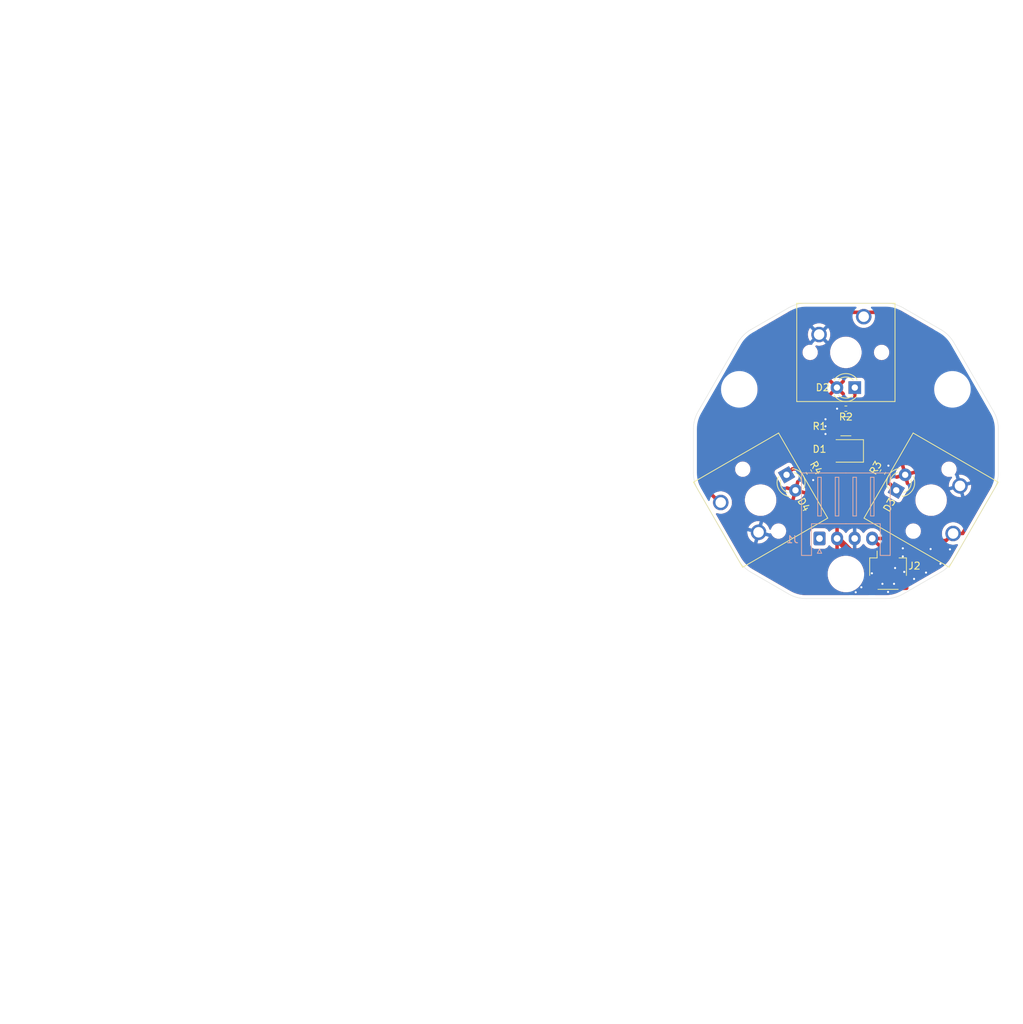
<source format=kicad_pcb>
(kicad_pcb (version 20241229) (generator "pcbnew") (generator_version "9.0")
  (layers (0 "F.Cu" signal) (2 "B.Cu" signal) (13 "F.Paste" user) (15 "B.Paste" user) (5 "F.SilkS" user "F.Silkscreen") (7 "B.SilkS" user "B.Silkscreen") (1 "F.Mask" user) (3 "B.Mask" user) (25 "Edge.Cuts" user))
  (net 0 "")
  (net 1 "+5V")
  (net 2 "Net-(D1-K)")
  (net 3 "/SW")
  (net 4 "+12V")
  (net 5 "GND")
  (net 6 "Net-(D2-K)")
  (net 7 "Net-(D3-K)")
  (net 8 "Net-(D4-K)")
  (footprint "Resistor_SMD:R_0402_1005Metric" (layer "F.Cu") (at 155.25 103 60)
    (property "Reference" "R3" (at 0 -1.17 60) (layer "F.SilkS"))
    (property "Value" "100Ω")
    (fp_line (start -0.153641 -0.38) (end 0.153641 -0.38) (stroke (width 0.12)) (layer "F.SilkS"))
    (fp_line (start -0.153641 0.38) (end 0.153641 0.38) (stroke (width 0.12)) (layer "F.SilkS"))
    (pad "1" smd roundrect (at -0.51 0 60) (size 0.54 0.64) (layers "F.Cu" "F.Mask" "F.Paste") (net 7 "Net-(D3-K)"))
    (pad "2" smd roundrect (at 0.51 0 60) (size 0.54 0.64) (layers "F.Cu" "F.Mask" "F.Paste") (net 5 "GND"))
  )
  (footprint "LED_THT:LED_D3.0mm" (layer "F.Cu") (at 141.565 103.400148 -60)
    (property "Reference" "D4" (at 4.89798 0.016154 120) (layer "F.SilkS"))
    (property "Value" "WHITE")
    (fp_line (start -0.289999 1.08) (end -0.289999 1.236) (stroke (width 0.12)) (layer "F.SilkS"))
    (fp_line (start -0.29 -1.235999) (end -0.29 -1.079999) (stroke (width 0.12)) (layer "F.SilkS"))
    (fp_arc (start 2.31091 1.080049) (mid 1.269964 1.5) (end 0.229039 1.08) (stroke (width 0.12)) (layer "F.SilkS"))
    (fp_arc (start 2.941397 1.080061) (mid 1.365624 1.987702) (end -0.29 1.235516) (stroke (width 0.12)) (layer "F.SilkS"))
    (fp_arc (start -0.29 -1.235516) (mid 1.365625 -1.987701) (end 2.941397 -1.080061) (stroke (width 0.12)) (layer "F.SilkS"))
    (fp_arc (start 0.229039 -1.08) (mid 1.269964 -1.5) (end 2.31091 -1.080049) (stroke (width 0.12)) (layer "F.SilkS"))
    (pad "1" thru_hole rect (at 0 0 300) (size 1.8 1.8) (drill 0.9) (layers "*.Cu" "*.Mask") (net 8 "Net-(D4-K)"))
    (pad "2" thru_hole circle (at 2.54 0 300) (size 1.8 1.8) (drill 0.9) (layers "*.Cu" "*.Mask") (net 1 "+5V"))
  )
  (footprint "MountingHole:MountingHole_2.7mm_M2.5_DIN965" (layer "F.Cu") (at 150 117.5 90)
    (property "Reference" "H1" (hide yes))
    (property "Value" "M2.5" (hide yes))
    (pad "" np_thru_hole circle (at 0 0 90) (size 2.7 2.7) (drill 2.7) (layers "*.Cu" "*.Mask"))
  )
  (footprint "UsefulModifications:SW_Cherry_MX_1.00u_PCB" (layer "F.Cu") (at 162.124356 107 -120)
    (property "Reference" "SW2" (hide yes))
    (property "Value" "Cherry MX")
    (fp_line (start 6.984999 6.985) (end -6.985 6.984999) (stroke (width 0.12)) (layer "F.SilkS"))
    (fp_line (start -6.985 6.984999) (end -6.984999 -6.985) (stroke (width 0.12)) (layer "F.SilkS"))
    (fp_line (start 6.985 -6.984999) (end 6.984999 6.985) (stroke (width 0.12)) (layer "F.SilkS"))
    (fp_line (start -6.984999 -6.985) (end 6.985 -6.984999) (stroke (width 0.12)) (layer "F.SilkS"))
    (pad "" np_thru_hole circle (at -5.08 0 240) (size 1.7 1.7) (drill 1.7) (layers "*.Cu" "*.Mask"))
    (pad "" np_thru_hole circle (at 0 0 240) (size 4 4) (drill 4) (layers "*.Cu" "*.Mask"))
    (pad "" np_thru_hole circle (at 5.08 0 240) (size 1.7 1.7) (drill 1.7) (layers "*.Cu" "*.Mask"))
    (pad "1" thru_hole circle (at 2.54 -5.08 240) (size 2.2 2.2) (drill 1.5) (layers "*.Cu" "*.Mask") (net 3 "/SW"))
    (pad "2" thru_hole circle (at -3.81 -2.54 240) (size 2.2 2.2) (drill 1.5) (layers "*.Cu" "*.Mask") (net 5 "GND"))
  )
  (footprint "Resistor_SMD:R_1210_3225Metric_Pad1.30x2.65mm_HandSolder" (layer "F.Cu") (at 150 96.5 180)
    (property "Reference" "R1" (at 3.75 0 0) (layer "F.SilkS"))
    (property "Value" "16R9")
    (fp_line (start -0.723737 1.355) (end 0.723737 1.355) (stroke (width 0.12)) (layer "F.SilkS"))
    (fp_line (start -0.723737 -1.355) (end 0.723737 -1.355) (stroke (width 0.12)) (layer "F.SilkS"))
    (pad "1" smd roundrect (at -1.55 0 180) (size 1.3 2.65) (layers "F.Cu" "F.Mask" "F.Paste") (roundrect_rratio 0.192308) (net 2 "Net-(D1-K)"))
    (pad "2" smd roundrect (at 1.55 0 180) (size 1.3 2.65) (layers "F.Cu" "F.Mask" "F.Paste") (roundrect_rratio 0.192308) (net 5 "GND"))
  )
  (footprint "Connector_JST:JST_SH_SM03B-SRSS-TB_1x03-1MP_P1.00mm_Horizontal" (layer "F.Cu") (at 156 117)
    (property "Reference" "J2" (at 3.75 -0.65 0) (layer "F.SilkS"))
    (property "Value" "JST SH")
    (fp_line (start -2.61 -1.785) (end -1.56 -1.785) (stroke (width 0.12)) (layer "F.SilkS"))
    (fp_line (start -2.61 0.715) (end -2.61 -1.785) (stroke (width 0.12)) (layer "F.SilkS"))
    (fp_line (start -1.56 -1.785) (end -1.56 -2.774999) (stroke (width 0.12)) (layer "F.SilkS"))
    (fp_line (start -1.44 2.685) (end 1.44 2.685) (stroke (width 0.12)) (layer "F.SilkS"))
    (fp_line (start 2.61 -1.785) (end 1.56 -1.785) (stroke (width 0.12)) (layer "F.SilkS"))
    (fp_line (start 2.61 0.715) (end 2.61 -1.785) (stroke (width 0.12)) (layer "F.SilkS"))
    (pad "1" smd roundrect (at -1 -2) (size 0.6 1.55) (layers "F.Cu" "F.Mask" "F.Paste") (net 1 "+5V"))
    (pad "2" smd roundrect (at 0 -2) (size 0.6 1.55) (layers "F.Cu" "F.Mask" "F.Paste") (net 3 "/SW"))
    (pad "3" smd roundrect (at 1 -2) (size 0.6 1.55) (layers "F.Cu" "F.Mask" "F.Paste") (net 5 "GND"))
    (pad "MP" smd roundrect (at -2.299999 1.875) (size 1.2 1.8) (layers "F.Cu" "F.Mask" "F.Paste") (roundrect_rratio 0.208333) (net 5 "GND"))
    (pad "MP" smd roundrect (at 2.3 1.875001) (size 1.2 1.8) (layers "F.Cu" "F.Mask" "F.Paste") (roundrect_rratio 0.208333) (net 5 "GND"))
  )
  (footprint "Resistor_SMD:R_0402_1005Metric" (layer "F.Cu") (at 144.75 103 -60)
    (property "Reference" "R4" (at 0 -1.17 300) (layer "F.SilkS"))
    (property "Value" "100Ω")
    (fp_line (start -0.153641 0.38) (end 0.153641 0.38) (stroke (width 0.12)) (layer "F.SilkS"))
    (fp_line (start -0.153641 -0.38) (end 0.153641 -0.38) (stroke (width 0.12)) (layer "F.SilkS"))
    (pad "1" smd roundrect (at -0.51 0 300) (size 0.54 0.64) (layers "F.Cu" "F.Mask" "F.Paste") (net 8 "Net-(D4-K)"))
    (pad "2" smd roundrect (at 0.51 0 300) (size 0.54 0.64) (layers "F.Cu" "F.Mask" "F.Paste") (net 5 "GND"))
  )
  (footprint "LED_THT:LED_D3.0mm" (layer "F.Cu") (at 157.165 105.599853 60)
    (property "Reference" "D3" (at -2.301281 0.214359 60) (layer "F.SilkS"))
    (property "Value" "WHITE")
    (fp_line (start -0.29 -1.235999) (end -0.29 -1.079999) (stroke (width 0.12)) (layer "F.SilkS"))
    (fp_line (start -0.289999 1.08) (end -0.289999 1.236) (stroke (width 0.12)) (layer "F.SilkS"))
    (fp_arc (start -0.29 -1.235516) (mid 1.365625 -1.987701) (end 2.941397 -1.080061) (stroke (width 0.12)) (layer "F.SilkS"))
    (fp_arc (start 0.229039 -1.08) (mid 1.269964 -1.5) (end 2.31091 -1.080049) (stroke (width 0.12)) (layer "F.SilkS"))
    (fp_arc (start 2.31091 1.080049) (mid 1.269964 1.5) (end 0.229039 1.08) (stroke (width 0.12)) (layer "F.SilkS"))
    (fp_arc (start 2.941397 1.080061) (mid 1.365624 1.987702) (end -0.29 1.235516) (stroke (width 0.12)) (layer "F.SilkS"))
    (pad "1" thru_hole rect (at 0 0 60) (size 1.8 1.8) (drill 0.9) (layers "*.Cu" "*.Mask") (net 7 "Net-(D3-K)"))
    (pad "2" thru_hole circle (at 2.54 0 60) (size 1.8 1.8) (drill 0.9) (layers "*.Cu" "*.Mask") (net 1 "+5V"))
  )
  (footprint "Resistor_SMD:R_0402_1005Metric" (layer "F.Cu") (at 150 94 180)
    (property "Reference" "R2" (at 0 -1.17 180) (layer "F.SilkS"))
    (property "Value" "100Ω")
    (fp_line (start -0.153641 0.38) (end 0.153641 0.38) (stroke (width 0.12)) (layer "F.SilkS"))
    (fp_line (start -0.153641 -0.38) (end 0.153641 -0.38) (stroke (width 0.12)) (layer "F.SilkS"))
    (pad "1" smd roundrect (at -0.51 0 180) (size 0.54 0.64) (layers "F.Cu" "F.Mask" "F.Paste") (net 6 "Net-(D2-K)"))
    (pad "2" smd roundrect (at 0.51 0 180) (size 0.54 0.64) (layers "F.Cu" "F.Mask" "F.Paste") (net 5 "GND"))
  )
  (footprint "UsefulModifications:SW_Cherry_MX_1.00u_PCB" (layer "F.Cu") (at 150 86)
    (property "Reference" "SW1" (hide yes))
    (property "Value" "Cherry MX")
    (fp_line (start -6.985 -6.985) (end 6.985 -6.985) (stroke (width 0.12)) (layer "F.SilkS"))
    (fp_line (start -6.985 6.985) (end -6.985 -6.985) (stroke (width 0.12)) (layer "F.SilkS"))
    (fp_line (start 6.985 -6.985) (end 6.985 6.985) (stroke (width 0.12)) (layer "F.SilkS"))
    (fp_line (start 6.985 6.985) (end -6.985 6.985) (stroke (width 0.12)) (layer "F.SilkS"))
    (pad "" np_thru_hole circle (at -5.08 0) (size 1.7 1.7) (drill 1.7) (layers "*.Cu" "*.Mask"))
    (pad "" np_thru_hole circle (at 0 0) (size 4 4) (drill 4) (layers "*.Cu" "*.Mask"))
    (pad "" np_thru_hole circle (at 5.08 0) (size 1.7 1.7) (drill 1.7) (layers "*.Cu" "*.Mask"))
    (pad "1" thru_hole circle (at 2.54 -5.08) (size 2.2 2.2) (drill 1.5) (layers "*.Cu" "*.Mask") (net 3 "/SW"))
    (pad "2" thru_hole circle (at -3.81 -2.54) (size 2.2 2.2) (drill 1.5) (layers "*.Cu" "*.Mask") (net 5 "GND"))
  )
  (footprint "LED_SMD:LED_PLCC_2835_Handsoldering" (layer "F.Cu") (at 150 100 180)
    (property "Reference" "D1" (at 3.75 0.25 180) (layer "F.SilkS"))
    (property "Value" "WHITE")
    (fp_line (start 1.4 1.6) (end -2.5 1.6) (stroke (width 0.12)) (layer "F.SilkS"))
    (fp_line (start 1.4 -1.6) (end -2.5 -1.6) (stroke (width 0.12)) (layer "F.SilkS"))
    (fp_line (start -2.5 -1.6) (end -2.5 1.6) (stroke (width 0.12)) (layer "F.SilkS"))
    (pad "1" smd rect (at -1.05 0 180) (size 2.5 2.2) (layers "F.Cu" "F.Mask" "F.Paste") (net 2 "Net-(D1-K)"))
    (pad "2" smd rect (at 1.525 0 180) (size 1.55 2.2) (layers "F.Cu" "F.Mask" "F.Paste") (net 1 "+5V"))
  )
  (footprint "MountingHole:MountingHole_2.7mm_M2.5_DIN965" (layer "F.Cu") (at 165.155445 91.25 90)
    (property "Reference" "H3" (hide yes))
    (property "Value" "M2.5" (hide yes))
    (pad "" np_thru_hole circle (at 0 0 90) (size 2.7 2.7) (drill 2.7) (layers "*.Cu" "*.Mask"))
  )
  (footprint "UsefulModifications:SW_Cherry_MX_1.00u_PCB" (layer "F.Cu") (at 137.875644 107 120)
    (property "Reference" "SW3" (hide yes))
    (property "Value" "Cherry MX")
    (fp_line (start 6.984999 -6.985) (end 6.985 6.984999) (stroke (width 0.12)) (layer "F.SilkS"))
    (fp_line (start -6.985 -6.984999) (end 6.984999 -6.985) (stroke (width 0.12)) (layer "F.SilkS"))
    (fp_line (start 6.985 6.984999) (end -6.984999 6.985) (stroke (width 0.12)) (layer "F.SilkS"))
    (fp_line (start -6.984999 6.985) (end -6.985 -6.984999) (stroke (width 0.12)) (layer "F.SilkS"))
    (pad "" np_thru_hole circle (at -5.08 0 120) (size 1.7 1.7) (drill 1.7) (layers "*.Cu" "*.Mask"))
    (pad "" np_thru_hole circle (at 0 0 120) (size 4 4) (drill 4) (layers "*.Cu" "*.Mask"))
    (pad "" np_thru_hole circle (at 5.08 0 120) (size 1.7 1.7) (drill 1.7) (layers "*.Cu" "*.Mask"))
    (pad "1" thru_hole circle (at 2.54 -5.08 120) (size 2.2 2.2) (drill 1.5) (layers "*.Cu" "*.Mask") (net 3 "/SW"))
    (pad "2" thru_hole circle (at -3.81 -2.540001 120) (size 2.2 2.2) (drill 1.5) (layers "*.Cu" "*.Mask") (net 5 "GND"))
  )
  (footprint "MountingHole:MountingHole_2.7mm_M2.5_DIN965" (layer "F.Cu") (at 134.844555 91.25)
    (property "Reference" "H2" (hide yes))
    (property "Value" "M2.5" (hide yes))
    (pad "" np_thru_hole circle (at 0 0) (size 2.7 2.7) (drill 2.7) (layers "*.Cu" "*.Mask"))
  )
  (footprint "LED_THT:LED_D3.0mm" (layer "F.Cu") (at 151.27 91 180)
    (property "Reference" "D2" (at 4.57 0 0) (layer "F.SilkS"))
    (property "Value" "WHITE")
    (fp_line (start -0.29 1.08) (end -0.29 1.236) (stroke (width 0.12)) (layer "F.SilkS"))
    (fp_line (start -0.29 -1.236) (end -0.29 -1.08) (stroke (width 0.12)) (layer "F.SilkS"))
    (fp_arc (start 2.941397 1.080061) (mid 1.365624 1.987701) (end -0.29 1.235516) (stroke (width 0.12)) (layer "F.SilkS"))
    (fp_arc (start 2.31091 1.080049) (mid 1.269964 1.5) (end 0.229039 1.08) (stroke (width 0.12)) (layer "F.SilkS"))
    (fp_arc (start 0.229039 -1.08) (mid 1.269964 -1.5) (end 2.31091 -1.080049) (stroke (width 0.12)) (layer "F.SilkS"))
    (fp_arc (start -0.29 -1.235516) (mid 1.365624 -1.987701) (end 2.941397 -1.080061) (stroke (width 0.12)) (layer "F.SilkS"))
    (pad "1" thru_hole rect (at 0 0 180) (size 1.8 1.8) (drill 0.9) (layers "*.Cu" "*.Mask") (net 6 "Net-(D2-K)"))
    (pad "2" thru_hole circle (at 2.54 0 180) (size 1.8 1.8) (drill 0.9) (layers "*.Cu" "*.Mask") (net 1 "+5V"))
  )
  (footprint "Connector_JST:JST_XH_S4B-XH-A_1x04_P2.50mm_Horizontal" (layer "B.Cu") (at 146.25 112.45)
    (property "Reference" "J1" (at -3.85 0.15 0) (layer "B.SilkS") (effects (justify mirror)))
    (property "Value" "JST XH")
    (fp_line (start -2.56 -9.31) (end 3.75 -9.310001) (stroke (width 0.12)) (layer "B.SilkS"))
    (fp_line (start -2.56 2.41) (end -2.56 -9.31) (stroke (width 0.12)) (layer "B.SilkS"))
    (fp_line (start -1.14 -2.09) (end -1.14 2.41) (stroke (width 0.12)) (layer "B.SilkS"))
    (fp_line (start -1.14 2.41) (end -2.56 2.41) (stroke (width 0.12)) (layer "B.SilkS"))
    (fp_line (start -0.300001 2.1) (end 0 1.5) (stroke (width 0.12)) (layer "B.SilkS"))
    (fp_line (start -0.25 -8.7) (end -0.25 -3.2) (stroke (width 0.12)) (layer "B.SilkS"))
    (fp_line (start -0.25 -3.2) (end 0.25 -3.2) (stroke (width 0.12)) (layer "B.SilkS"))
    (fp_line (start 0 1.5) (end 0.300001 2.1) (stroke (width 0.12)) (layer "B.SilkS"))
    (fp_line (start 0.25 -8.7) (end -0.25 -8.7) (stroke (width 0.12)) (layer "B.SilkS"))
    (fp_line (start 0.25 -3.2) (end 0.25 -8.7) (stroke (width 0.12)) (layer "B.SilkS"))
    (fp_line (start 0.300001 2.1) (end -0.300001 2.1) (stroke (width 0.12)) (layer "B.SilkS"))
    (fp_line (start 2.25 -8.7) (end 2.25 -3.2) (stroke (width 0.12)) (layer "B.SilkS"))
    (fp_line (start 2.25 -3.2) (end 2.75 -3.2) (stroke (width 0.12)) (layer "B.SilkS"))
    (fp_line (start 2.75 -8.7) (end 2.25 -8.7) (stroke (width 0.12)) (layer "B.SilkS"))
    (fp_line (start 2.75 -3.2) (end 2.75 -8.7) (stroke (width 0.12)) (layer "B.SilkS"))
    (fp_line (start 3.75 -2.09) (end -1.14 -2.09) (stroke (width 0.12)) (layer "B.SilkS"))
    (fp_line (start 3.75 -2.09) (end 8.64 -2.09) (stroke (width 0.12)) (layer "B.SilkS"))
    (fp_line (start 4.75 -8.7) (end 4.75 -3.2) (stroke (width 0.12)) (layer "B.SilkS"))
    (fp_line (start 4.75 -3.2) (end 5.25 -3.2) (stroke (width 0.12)) (layer "B.SilkS"))
    (fp_line (start 5.25 -8.7) (end 4.75 -8.7) (stroke (width 0.12)) (layer "B.SilkS"))
    (fp_line (start 5.25 -3.2) (end 5.25 -8.7) (stroke (width 0.12)) (layer "B.SilkS"))
    (fp_line (start 7.25 -8.7) (end 7.25 -3.2) (stroke (width 0.12)) (layer "B.SilkS"))
    (fp_line (start 7.25 -3.2) (end 7.75 -3.2) (stroke (width 0.12)) (layer "B.SilkS"))
    (fp_line (start 7.75 -8.7) (end 7.25 -8.7) (stroke (width 0.12)) (layer "B.SilkS"))
    (fp_line (start 7.75 -3.2) (end 7.75 -8.7) (stroke (width 0.12)) (layer "B.SilkS"))
    (fp_line (start 8.639999 2.41) (end 10.06 2.41) (stroke (width 0.12)) (layer "B.SilkS"))
    (fp_line (start 8.64 -2.09) (end 8.639999 2.41) (stroke (width 0.12)) (layer "B.SilkS"))
    (fp_line (start 10.06 -9.310001) (end 3.75 -9.310001) (stroke (width 0.12)) (layer "B.SilkS"))
    (fp_line (start 10.06 2.41) (end 10.06 -9.310001) (stroke (width 0.12)) (layer "B.SilkS"))
    (pad "1" thru_hole roundrect (at 0 0) (size 1.7 1.95) (drill 0.95) (layers "*.Cu" "*.Mask") (roundrect_rratio 0.147059) (net 4 "+12V"))
    (pad "2" thru_hole oval (at 2.5 0) (size 1.7 1.95) (drill 0.95) (layers "*.Cu" "*.Mask") (net 1 "+5V"))
    (pad "3" thru_hole oval (at 5 0) (size 1.7 1.95) (drill 0.95) (layers "*.Cu" "*.Mask") (net 5 "GND"))
    (pad "4" thru_hole oval (at 7.5 0) (size 1.7 1.95) (drill 0.95) (layers "*.Cu" "*.Mask") (net 3 "/SW"))
  )
  (gr_line (start 134.643593 115.401924) (end 128.983339 105.598076) (stroke (width 0.05)) (layer "Edge.Cuts"))
  (gr_arc (start 134.643593 84.598076) (mid 135.438191 83.562549) (end 136.47372 82.767949) (stroke (width 0.05)) (layer "Edge.Cuts"))
  (gr_line (start 163.52628 117.232051) (end 158.160254 120.330127) (stroke (width 0.05)) (layer "Edge.Cuts"))
  (gr_arc (start 136.47372 117.232051) (mid 135.43818 116.437463) (end 134.643593 115.401924) (stroke (width 0.05)) (layer "Edge.Cuts"))
  (gr_arc (start 158.160254 120.330127) (mid 156.954348 120.829618) (end 155.660254 121) (stroke (width 0.05)) (layer "Edge.Cuts"))
  (gr_arc (start 171.017374 94.403159) (mid 171.516532 95.607779) (end 171.687246 96.900498) (stroke (width 0.05)) (layer "Edge.Cuts"))
  (gr_arc (start 144.339746 121) (mid 143.045651 120.829629) (end 141.839746 120.330127) (stroke (width 0.05)) (layer "Edge.Cuts"))
  (gr_arc (start 165.356407 115.401924) (mid 164.561814 116.437458) (end 163.52628 117.232051) (stroke (width 0.05)) (layer "Edge.Cuts"))
  (gr_line (start 171.687246 96.900498) (end 171.686661 103.098329) (stroke (width 0.05)) (layer "Edge.Cuts"))
  (gr_line (start 144.339746 121) (end 155.660254 121) (stroke (width 0.05)) (layer "Edge.Cuts"))
  (gr_line (start 136.47372 82.767949) (end 141.839746 79.669873) (stroke (width 0.05)) (layer "Edge.Cuts"))
  (gr_arc (start 141.839746 79.669873) (mid 143.045652 79.170382) (end 144.339746 79) (stroke (width 0.05)) (layer "Edge.Cuts"))
  (gr_arc (start 128.983339 105.598076) (mid 128.483837 104.392171) (end 128.313466 103.098076) (stroke (width 0.05)) (layer "Edge.Cuts"))
  (gr_line (start 165.356407 84.598076) (end 171.017374 94.403159) (stroke (width 0.05)) (layer "Edge.Cuts"))
  (gr_arc (start 155.660254 79) (mid 156.954349 79.170371) (end 158.160254 79.669873) (stroke (width 0.05)) (layer "Edge.Cuts"))
  (gr_arc (start 163.52628 82.767949) (mid 164.56182 83.562537) (end 165.356407 84.598076) (stroke (width 0.05)) (layer "Edge.Cuts"))
  (gr_line (start 128.313466 103.098076) (end 128.313466 96.901924) (stroke (width 0.05)) (layer "Edge.Cuts"))
  (gr_line (start 165.356407 115.401924) (end 171.016788 105.597857) (stroke (width 0.05)) (layer "Edge.Cuts"))
  (gr_arc (start 171.686661 103.098329) (mid 171.516238 104.392184) (end 171.016788 105.597857) (stroke (width 0.05)) (layer "Edge.Cuts"))
  (gr_arc (start 128.313466 96.901924) (mid 128.48383 95.607826) (end 128.983339 94.401924) (stroke (width 0.05)) (layer "Edge.Cuts"))
  (gr_line (start 141.839746 120.330127) (end 136.47372 117.232051) (stroke (width 0.05)) (layer "Edge.Cuts"))
  (gr_line (start 144.339746 79) (end 155.660254 79) (stroke (width 0.05)) (layer "Edge.Cuts"))
  (gr_line (start 158.160254 79.669873) (end 163.52628 82.767949) (stroke (width 0.05)) (layer "Edge.Cuts"))
  (gr_line (start 134.643593 84.598076) (end 128.983339 94.401924) (stroke (width 0.05)) (layer "Edge.Cuts"))
  (segment (start 151.75 114.35) (end 150.65 114.35) (width 1) (layer "F.Cu") (net 1))
  (segment (start 152.4 115) (end 151.75 114.35) (width 1) (layer "F.Cu") (net 1))
  (segment (start 155 115) (end 152.4 115) (width 1) (layer "F.Cu") (net 1))
  (segment (start 150.65 114.35) (end 148.75 112.45) (width 1) (layer "F.Cu") (net 1))
  (segment (start 136.025478 94.101) (end 135.999 94.101) (width 0.5) (layer "F.Cu") (net 3))
  (segment (start 129.25 100.85) (end 129.25 104.314582) (width 0.5) (layer "F.Cu") (net 3))
  (segment (start 170.247884 105.427638) (end 166.60361 111.739705) (width 0.5) (layer "F.Cu") (net 3))
  (segment (start 135.999 94.101) (end 129.25 100.85) (width 0.5) (layer "F.Cu") (net 3))
  (segment (start 166.60361 111.739705) (end 165.253765 111.739705) (width 0.5) (layer "F.Cu") (net 3))
  (segment (start 170.5 104.968134) (end 170.247884 105.427638) (width 0.5) (layer "F.Cu") (net 3))
  (segment (start 129.25 104.314582) (end 129.3 104.451959) (width 0.5) (layer "F.Cu") (net 3))
  (segment (start 156 114.15) (end 155.624 113.774) (width 0.5) (layer "F.Cu") (net 3))
  (segment (start 151.92 80.3) (end 142.262758 80.3) (width 0.5) (layer "F.Cu") (net 3))
  (segment (start 132.040295 107.340295) (end 132.206235 107.340295) (width 0.5) (layer "F.Cu") (net 3))
  (segment (start 162.304445 92.430923) (end 163.974522 94.101) (width 0.5) (layer "F.Cu") (net 3))
  (segment (start 153.16 80.3) (end 157.73729 80.3) (width 0.5) (layer "F.Cu") (net 3))
  (segment (start 162.304445 82.929702) (end 162.304445 92.430923) (width 0.5) (layer "F.Cu") (net 3))
  (segment (start 141.997571 80.445933) (end 137.695555 82.929702) (width 0.5) (layer "F.Cu") (net 3))
  (segment (start 163.974522 94.124522) (end 170.5 100.65) (width 0.5) (layer "F.Cu") (net 3))
  (segment (start 142.262758 80.3) (end 141.997571 80.445933) (width 0.5) (layer "F.Cu") (net 3))
  (segment (start 137.695555 92.430923) (end 136.025478 94.101) (width 0.5) (layer "F.Cu") (net 3))
  (segment (start 155.074 113.774) (end 153.75 112.45) (width 0.5) (layer "F.Cu") (net 3))
  (segment (start 163.974522 94.101) (end 163.974522 94.124522) (width 0.5) (layer "F.Cu") (net 3))
  (segment (start 156.05 112.45) (end 153.75 112.45) (width 0.5) (layer "F.Cu") (net 3))
  (segment (start 129.384714 104.684714) (end 132.040295 107.340295) (width 0.5) (layer "F.Cu") (net 3))
  (segment (start 152.54 80.92) (end 151.92 80.3) (width 0.5) (layer "F.Cu") (net 3))
  (segment (start 165.253765 111.739705) (end 164.243061 112.750409) (width 0.5) (layer "F.Cu") (net 3))
  (segment (start 157.73729 80.3) (end 158.001431 80.445356) (width 0.5) (layer "F.Cu") (net 3))
  (segment (start 137.695555 82.929702) (end 137.695555 92.430923) (width 0.5) (layer "F.Cu") (net 3))
  (segment (start 170.5 100.65) (end 170.5 104.968134) (width 0.5) (layer "F.Cu") (net 3))
  (segment (start 158.001431 80.445356) (end 162.304445 82.929702) (width 0.5) (layer "F.Cu") (net 3))
  (segment (start 156 115) (end 156 114.15) (width 0.5) (layer "F.Cu") (net 3))
  (segment (start 129.3 104.451959) (end 129.384714 104.684714) (width 0.5) (layer "F.Cu") (net 3))
  (segment (start 164.243061 112.750409) (end 156.350409 112.750409) (width 0.5) (layer "F.Cu") (net 3))
  (segment (start 152.54 80.92) (end 153.16 80.3) (width 0.5) (layer "F.Cu") (net 3))
  (segment (start 156.350409 112.750409) (end 156.05 112.45) (width 0.5) (layer "F.Cu") (net 3))
  (segment (start 155.624 113.774) (end 155.074 113.774) (width 0.5) (layer "F.Cu") (net 3))
  (segment (start 153.700001 118.875) (end 153.7 117.4) (width 0.5) (layer "F.Cu") (net 5))
  (segment (start 145.35 103.786673) (end 145.005 103.441673) (width 0.5) (layer "F.Cu") (net 5))
  (segment (start 155.2 118.9) (end 154.8 118.9) (width 0.5) (layer "F.Cu") (net 5))
  (segment (start 154.775 118.875) (end 153.700001 118.875) (width 0.5) (layer "F.Cu") (net 5))
  (segment (start 152.201845 119.330078) (end 152.656923 118.875) (width 0.5) (layer "F.Cu") (net 5))
  (segment (start 155.6625 102.400827) (end 155.505 102.558327) (width 0.5) (layer "F.Cu") (net 5))
  (segment (start 159.024999 118.875001) (end 159.7 118.2) (width 0.5) (layer "F.Cu") (net 5))
  (segment (start 157.2 118.9) (end 157.224999 118.875001) (width 0.5) (layer "F.Cu") (net 5))
  (segment (start 145.35 104.15) (end 145.35 103.786673) (width 0.5) (layer "F.Cu") (net 5))
  (segment (start 158.3 118.875001) (end 158.3 117.2) (width 0.5) (layer "F.Cu") (net 5))
  (segment (start 152.656923 118.875) (end 153.700001 118.875) (width 0.5) (layer "F.Cu") (net 5))
  (segment (start 154.8 118.9) (end 154.775 118.875) (width 0.5) (layer "F.Cu") (net 5))
  (segment (start 157.55 113.85) (end 157 114.4) (width 0.5) (layer "F.Cu") (net 5))
  (segment (start 158.3 118.875001) (end 159.024999 118.875001) (width 0.5) (layer "F.Cu") (net 5))
  (segment (start 158.1 113.85) (end 157.55 113.85) (width 0.5) (layer "F.Cu") (net 5))
  (segment (start 157.224999 118.875001) (end 158.3 118.875001) (width 0.5) (layer "F.Cu") (net 5))
  (segment (start 156.85 118.9) (end 157.2 118.9) (width 0.5) (layer "F.Cu") (net 5))
  (segment (start 156.05 102.1) (end 155.749173 102.400827) (width 0.5) (layer "F.Cu") (net 5))
  (segment (start 152.201845 119.387296) (end 152.201845 119.330078) (width 0.5) (layer "F.Cu") (net 5))
  (segment (start 157 116.65) (end 157 115) (width 0.5) (layer "F.Cu") (net 5))
  (segment (start 157 114.4) (end 157 115) (width 0.5) (layer "F.Cu") (net 5))
  (segment (start 155.749173 102.400827) (end 155.6625 102.400827) (width 0.5) (layer "F.Cu") (net 5))
  (segment (start 157 115) (end 158.1 115) (width 0.5) (layer "F.Cu") (net 5))
  (segment (start 149.175 94) (end 148.75 94) (width 0.5) (layer "F.Cu") (net 5))
  (via (at 158.1 113.85) (size 0.6) (drill 0.3) (layers "F.Cu" "B.Cu") (net 5))
  (via (at 147.1 95.5) (size 0.6) (drill 0.3) (layers "F.Cu" "B.Cu") (net 5))
  (via (at 162.05 113.95) (size 0.6) (drill 0.3) (layers "F.Cu" "B.Cu") (net 5))
  (via (at 147.1 97.6) (size 0.6) (drill 0.3) (layers "F.Cu" "B.Cu") (net 5))
  (via (at 156.85 118.9) (size 0.6) (drill 0.3) (layers "F.Cu" "B.Cu") (net 5))
  (via (at 159.7 118.2) (size 0.6) (drill 0.3) (layers "F.Cu" "B.Cu") (net 5))
  (via (at 156 120.05) (size 0.6) (drill 0.3) (layers "F.Cu" "B.Cu") (net 5))
  (via (at 151.4 120.1) (size 0.6) (drill 0.3) (layers "F.Cu" "B.Cu") (net 5))
  (via (at 158.3 117.2) (size 0.6) (drill 0.3) (layers "F.Cu" "B.Cu") (net 5))
  (via (at 155.2 118.9) (size 0.6) (drill 0.3) (layers "F.Cu" "B.Cu") (net 5))
  (via (at 145.35 104.15) (size 0.6) (drill 0.3) (layers "F.Cu" "B.Cu") (net 5))
  (via (at 153.7 117.4) (size 0.6) (drill 0.3) (layers "F.Cu" "B.Cu") (net 5))
  (via (at 147.1 96.5) (size 0.6) (drill 0.3) (layers "F.Cu" "B.Cu") (net 5))
  (via (at 163.45 116.05) (size 0.6) (drill 0.3) (layers "F.Cu" "B.Cu") (net 5))
  (via (at 158.1 115) (size 0.6) (drill 0.3) (layers "F.Cu" "B.Cu") (net 5))
  (via (at 157 116.65) (size 0.6) (drill 0.3) (layers "F.Cu" "B.Cu") (net 5))
  (via (at 161.4 117.3) (size 0.6) (drill 0.3) (layers "F.Cu" "B.Cu") (net 5))
  (via (at 152.201845 119.387296) (size 0.6) (drill 0.3) (layers "F.Cu" "B.Cu") (net 5))
  (via (at 164.8 114) (size 0.6) (drill 0.3) (layers "F.Cu" "B.Cu") (net 5))
  (via (at 156.05 102.1) (size 0.6) (drill 0.3) (layers "F.Cu" "B.Cu") (net 5))
  (via (at 148.75 94) (size 0.6) (drill 0.3) (layers "F.Cu" "B.Cu") (net 5))
  (segment (start 151.27 91) (end 151.27 93.24) (width 0.5) (layer "F.Cu") (net 6))
  (segment (start 151.27 93.24) (end 150.51 94) (width 0.5) (layer "F.Cu") (net 6))
  (segment (start 155.00682 103.441673) (end 157.165 105.599853) (width 0.5) (layer "F.Cu") (net 7))
  (segment (start 154.995 103.441673) (end 155.00682 103.441673) (width 0.5) (layer "F.Cu") (net 7))
  (segment (start 141.565 103.400148) (end 142.406821 102.558327) (width 0.5) (layer "F.Cu") (net 8))
  (segment (start 142.406821 102.558327) (end 144.495 102.558327) (width 0.5) (layer "F.Cu") (net 8))
  (zone (net 5) (net_name "GND") (layer "F.Cu") (name "GND") (priority 3) (connect_pads (clearance 0.5)) (min_thickness 0.25) (fill yes (thermal_gap 0.5) (thermal_bridge_width 0.5) (smoothing fillet) (radius 0.5))
    (polygon (pts (xy 151.05 116.05) (xy 151 121) (xy 168.8 121) (xy 168.8 112.7) (xy 154.2 112.65) (xy 155.6 116.1)))
  )
  (zone (net 5) (net_name "GND") (layer "F.Cu") (name "GND2") (priority 2) (connect_pads yes (clearance 0.5)) (min_thickness 0.25) (fill yes (thermal_gap 0.5) (thermal_bridge_width 0.5) (smoothing fillet) (radius 0.5))
    (polygon (pts (xy 146.7 94.9) (xy 149.3 94.9) (xy 149.3 98.1) (xy 146.7 98.1)))
  )
  (zone (net 1) (net_name "+5V") (layer "F.Cu") (name "5V") (connect_pads (clearance 0.5)) (min_thickness 0.25) (fill yes (thermal_gap 0.5) (thermal_bridge_width 0.5) (smoothing fillet) (radius 0.5))
    (polygon (pts (xy 125 75) (xy 175 75) (xy 175 125) (xy 125 125)))
  )
  (zone (net 2) (net_name "Net-(D1-K)") (layer "F.Cu") (name "D1-K") (priority 1) (connect_pads yes (clearance 0.5)) (min_thickness 0.25) (fill yes (thermal_gap 0.5) (thermal_bridge_width 0.5) (smoothing fillet) (radius 0.5))
    (polygon (pts (xy 150.7 95) (xy 152.5 95) (xy 152.5 101.5) (xy 149.8 101.5) (xy 149.8 98.5) (xy 150.7 98.5)))
  )
  (zone (net 5) (net_name "GND") (layer "B.Cu") (name "GND") (connect_pads (clearance 0.5)) (min_thickness 0.25) (fill yes (thermal_gap 0.5) (thermal_bridge_width 0.5) (smoothing fillet) (radius 0.5))
    (polygon (pts (xy 125 75) (xy 175 75) (xy 175 125) (xy 125 125)))
  )
)
</source>
